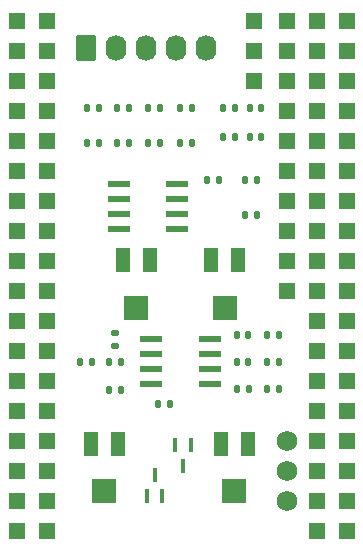
<source format=gbr>
%TF.GenerationSoftware,KiCad,Pcbnew,(7.0.0-0)*%
%TF.CreationDate,2023-08-15T00:25:00+01:00*%
%TF.ProjectId,EMGSensor3.1,454d4753-656e-4736-9f72-332e312e6b69,rev?*%
%TF.SameCoordinates,Original*%
%TF.FileFunction,Soldermask,Top*%
%TF.FilePolarity,Negative*%
%FSLAX46Y46*%
G04 Gerber Fmt 4.6, Leading zero omitted, Abs format (unit mm)*
G04 Created by KiCad (PCBNEW (7.0.0-0)) date 2023-08-15 00:25:00*
%MOMM*%
%LPD*%
G01*
G04 APERTURE LIST*
G04 Aperture macros list*
%AMRoundRect*
0 Rectangle with rounded corners*
0 $1 Rounding radius*
0 $2 $3 $4 $5 $6 $7 $8 $9 X,Y pos of 4 corners*
0 Add a 4 corners polygon primitive as box body*
4,1,4,$2,$3,$4,$5,$6,$7,$8,$9,$2,$3,0*
0 Add four circle primitives for the rounded corners*
1,1,$1+$1,$2,$3*
1,1,$1+$1,$4,$5*
1,1,$1+$1,$6,$7*
1,1,$1+$1,$8,$9*
0 Add four rect primitives between the rounded corners*
20,1,$1+$1,$2,$3,$4,$5,0*
20,1,$1+$1,$4,$5,$6,$7,0*
20,1,$1+$1,$6,$7,$8,$9,0*
20,1,$1+$1,$8,$9,$2,$3,0*%
G04 Aperture macros list end*
%ADD10R,1.350000X1.350000*%
%ADD11RoundRect,0.135000X0.135000X0.185000X-0.135000X0.185000X-0.135000X-0.185000X0.135000X-0.185000X0*%
%ADD12RoundRect,0.135000X-0.135000X-0.185000X0.135000X-0.185000X0.135000X0.185000X-0.135000X0.185000X0*%
%ADD13RoundRect,0.140000X-0.140000X-0.170000X0.140000X-0.170000X0.140000X0.170000X-0.140000X0.170000X0*%
%ADD14RoundRect,0.135000X0.185000X-0.135000X0.185000X0.135000X-0.185000X0.135000X-0.185000X-0.135000X0*%
%ADD15R,1.300000X2.000000*%
%ADD16R,2.000000X2.000000*%
%ADD17C,1.727200*%
%ADD18R,0.457200X1.168400*%
%ADD19R,1.981200X0.558800*%
%ADD20RoundRect,0.140000X0.140000X0.170000X-0.140000X0.170000X-0.140000X-0.170000X0.140000X-0.170000X0*%
%ADD21RoundRect,0.250000X-0.620000X-0.845000X0.620000X-0.845000X0.620000X0.845000X-0.620000X0.845000X0*%
%ADD22O,1.740000X2.190000*%
G04 APERTURE END LIST*
D10*
%TO.C,GND*%
X146964399Y-80111599D03*
%TD*%
%TO.C,+5*%
X146964399Y-82651599D03*
%TD*%
%TO.C,-5*%
X146964399Y-85191599D03*
%TD*%
%TO.C,J5*%
X149758399Y-80111599D03*
%TD*%
%TO.C,J6*%
X149758399Y-82651599D03*
%TD*%
%TO.C,GND*%
X129438399Y-97891599D03*
%TD*%
%TO.C,3.3V*%
X129438399Y-95351599D03*
%TD*%
D11*
%TO.C,R10*%
X149100000Y-108966000D03*
X148080000Y-108966000D03*
%TD*%
D12*
%TO.C,R1*%
X132842000Y-87528400D03*
X133862000Y-87528400D03*
%TD*%
D10*
%TO.C,*%
X154838399Y-120751599D03*
%TD*%
D12*
%TO.C,R12*%
X140714000Y-87528400D03*
X141734000Y-87528400D03*
%TD*%
D10*
%TO.C,*%
X149758399Y-85191599D03*
%TD*%
D11*
%TO.C,R13*%
X144022000Y-93573600D03*
X143002000Y-93573600D03*
%TD*%
D13*
%TO.C,C6*%
X134749600Y-108968000D03*
X135709600Y-108968000D03*
%TD*%
D11*
%TO.C,R21*%
X133301200Y-108968000D03*
X132281200Y-108968000D03*
%TD*%
D10*
%TO.C,*%
X152298399Y-85191599D03*
%TD*%
D14*
%TO.C,R8*%
X135229600Y-107598400D03*
X135229600Y-106578400D03*
%TD*%
D15*
%TO.C,RV11*%
X146488799Y-115906799D03*
D16*
X145338799Y-119906799D03*
D15*
X144188799Y-115906799D03*
%TD*%
D11*
%TO.C,R7*%
X139043600Y-90474800D03*
X138023600Y-90474800D03*
%TD*%
D10*
%TO.C,*%
X126898399Y-118211599D03*
%TD*%
%TO.C,*%
X129438399Y-92811599D03*
%TD*%
%TO.C,*%
X126898399Y-123291599D03*
%TD*%
%TO.C,*%
X154838399Y-108051599D03*
%TD*%
%TO.C,*%
X152298399Y-108051599D03*
%TD*%
D17*
%TO.C,*%
X149758400Y-115671600D03*
%TD*%
D18*
%TO.C,D1*%
X141619998Y-116014499D03*
X140320000Y-116014499D03*
X140969999Y-117767099D03*
%TD*%
D10*
%TO.C,*%
X152298399Y-80111599D03*
%TD*%
D19*
%TO.C,U1*%
X135559799Y-93954599D03*
X135559799Y-95224599D03*
X135559799Y-96494599D03*
X135559799Y-97764599D03*
X140487399Y-97764599D03*
X140487399Y-96494599D03*
X140487399Y-95224599D03*
X140487399Y-93954599D03*
%TD*%
D11*
%TO.C,R18*%
X149100000Y-111254000D03*
X148080000Y-111254000D03*
%TD*%
D10*
%TO.C,*%
X126898399Y-115671599D03*
%TD*%
%TO.C,*%
X154838399Y-100431599D03*
%TD*%
%TO.C,*%
X126898399Y-82651599D03*
%TD*%
D11*
%TO.C,R4*%
X136452800Y-90474800D03*
X135432800Y-90474800D03*
%TD*%
D20*
%TO.C,C2*%
X146530000Y-106678000D03*
X145570000Y-106678000D03*
%TD*%
D10*
%TO.C,*%
X126898399Y-100431599D03*
%TD*%
D11*
%TO.C,R14*%
X141734000Y-90474800D03*
X140714000Y-90474800D03*
%TD*%
D10*
%TO.C,*%
X129438399Y-80111599D03*
%TD*%
D11*
%TO.C,R15*%
X147273200Y-93573600D03*
X146253200Y-93573600D03*
%TD*%
D10*
%TO.C,*%
X154838399Y-118211599D03*
%TD*%
D20*
%TO.C,C4*%
X147619600Y-89966800D03*
X146659600Y-89966800D03*
%TD*%
D10*
%TO.C,*%
X129438399Y-87731599D03*
%TD*%
D13*
%TO.C,C1*%
X145570000Y-108966000D03*
X146530000Y-108966000D03*
%TD*%
D11*
%TO.C,R6*%
X139045600Y-87528400D03*
X138025600Y-87528400D03*
%TD*%
D10*
%TO.C,*%
X149758399Y-90271599D03*
%TD*%
%TO.C,*%
X152298399Y-123291599D03*
%TD*%
%TO.C,*%
X154838399Y-123291599D03*
%TD*%
%TO.C,*%
X126898399Y-92811599D03*
%TD*%
%TO.C,*%
X149758399Y-102971599D03*
%TD*%
%TO.C,*%
X126898399Y-120751599D03*
%TD*%
%TO.C,*%
X152298399Y-95351599D03*
%TD*%
%TO.C,*%
X152298399Y-110591599D03*
%TD*%
%TO.C,*%
X152298399Y-90271599D03*
%TD*%
%TO.C,*%
X152298399Y-115671599D03*
%TD*%
D11*
%TO.C,R2*%
X136452800Y-87528400D03*
X135432800Y-87528400D03*
%TD*%
D10*
%TO.C,*%
X152298399Y-82651599D03*
%TD*%
%TO.C,*%
X154838399Y-92811599D03*
%TD*%
D15*
%TO.C,RV16*%
X145657599Y-100380799D03*
D16*
X144507599Y-104380799D03*
D15*
X143357599Y-100380799D03*
%TD*%
D10*
%TO.C,*%
X126898399Y-113131599D03*
%TD*%
%TO.C,*%
X126898399Y-90271599D03*
%TD*%
%TO.C,*%
X149758399Y-95351599D03*
%TD*%
D11*
%TO.C,R19*%
X146560000Y-111252000D03*
X145540000Y-111252000D03*
%TD*%
D21*
%TO.C,J1*%
X132791200Y-82397600D03*
D22*
X135331199Y-82397599D03*
X137871199Y-82397599D03*
X140411199Y-82397599D03*
X142951199Y-82397599D03*
%TD*%
D17*
%TO.C,*%
X149758400Y-118211600D03*
%TD*%
D15*
%TO.C,RV5*%
X138189999Y-100380799D03*
D16*
X137039999Y-104380799D03*
D15*
X135889999Y-100380799D03*
%TD*%
D10*
%TO.C,*%
X152298399Y-97891599D03*
%TD*%
%TO.C,*%
X154838399Y-97891599D03*
%TD*%
%TO.C,*%
X154838399Y-87731599D03*
%TD*%
%TO.C,*%
X152298399Y-102971599D03*
%TD*%
%TO.C,*%
X129438399Y-123291599D03*
%TD*%
%TO.C,*%
X154838399Y-82651599D03*
%TD*%
%TO.C,*%
X129438399Y-120751599D03*
%TD*%
D11*
%TO.C,R3*%
X133862000Y-90474800D03*
X132842000Y-90474800D03*
%TD*%
D10*
%TO.C,*%
X126898399Y-105511599D03*
%TD*%
%TO.C,*%
X126898399Y-95351599D03*
%TD*%
%TO.C,*%
X154838399Y-85191599D03*
%TD*%
%TO.C,*%
X154838399Y-110591599D03*
%TD*%
%TO.C,*%
X126898399Y-108051599D03*
%TD*%
%TO.C,*%
X129438399Y-115671599D03*
%TD*%
%TO.C,*%
X149758399Y-87731599D03*
%TD*%
%TO.C,*%
X129438399Y-118211599D03*
%TD*%
%TO.C,*%
X129438399Y-102971599D03*
%TD*%
%TO.C,*%
X126898399Y-110591599D03*
%TD*%
%TO.C,*%
X154838399Y-80111599D03*
%TD*%
%TO.C,*%
X152298399Y-92811599D03*
%TD*%
D11*
%TO.C,R9*%
X149100000Y-106680000D03*
X148080000Y-106680000D03*
%TD*%
D10*
%TO.C,*%
X154838399Y-115671599D03*
%TD*%
%TO.C,*%
X129438399Y-82651599D03*
%TD*%
%TO.C,*%
X152298399Y-113131599D03*
%TD*%
%TO.C,*%
X152298399Y-87731599D03*
%TD*%
D18*
%TO.C,D2*%
X137932400Y-120307099D03*
X139232398Y-120307099D03*
X138582399Y-118554499D03*
%TD*%
D11*
%TO.C,R20*%
X135739600Y-111355600D03*
X134719600Y-111355600D03*
%TD*%
D10*
%TO.C,*%
X154838399Y-90271599D03*
%TD*%
%TO.C,*%
X154838399Y-102971599D03*
%TD*%
%TO.C,*%
X129438399Y-105511599D03*
%TD*%
D17*
%TO.C,*%
X149758400Y-120751600D03*
%TD*%
D10*
%TO.C,*%
X129438399Y-100431599D03*
%TD*%
%TO.C,*%
X129438399Y-108051599D03*
%TD*%
%TO.C,*%
X126898399Y-97891599D03*
%TD*%
%TO.C,*%
X152298399Y-105511599D03*
%TD*%
%TO.C,*%
X154838399Y-113131599D03*
%TD*%
%TO.C,*%
X129438399Y-110591599D03*
%TD*%
D13*
%TO.C,C8*%
X144401600Y-87528400D03*
X145361600Y-87528400D03*
%TD*%
D10*
%TO.C,*%
X152298399Y-120751599D03*
%TD*%
%TO.C,*%
X152298399Y-100431599D03*
%TD*%
%TO.C,*%
X149758399Y-100431599D03*
%TD*%
D15*
%TO.C,RV22*%
X135465199Y-115906799D03*
D16*
X134315199Y-119906799D03*
D15*
X133165199Y-115906799D03*
%TD*%
D19*
%TO.C,U2*%
X138302999Y-107060999D03*
X138302999Y-108330999D03*
X138302999Y-109600999D03*
X138302999Y-110870999D03*
X143230599Y-110870999D03*
X143230599Y-109600999D03*
X143230599Y-108330999D03*
X143230599Y-107060999D03*
%TD*%
D10*
%TO.C,*%
X152298399Y-118211599D03*
%TD*%
D20*
%TO.C,C7*%
X147596800Y-87528400D03*
X146636800Y-87528400D03*
%TD*%
D12*
%TO.C,R17*%
X146253200Y-96520000D03*
X147273200Y-96520000D03*
%TD*%
D10*
%TO.C,*%
X149758399Y-97891599D03*
%TD*%
%TO.C,*%
X126898399Y-80111599D03*
%TD*%
%TO.C,*%
X129438399Y-113131599D03*
%TD*%
%TO.C,*%
X154838399Y-95351599D03*
%TD*%
%TO.C,*%
X129438399Y-85191599D03*
%TD*%
D20*
%TO.C,C3*%
X145361600Y-89916000D03*
X144401600Y-89916000D03*
%TD*%
D10*
%TO.C,*%
X149758399Y-92811599D03*
%TD*%
D20*
%TO.C,C5*%
X139852400Y-112522000D03*
X138892400Y-112522000D03*
%TD*%
D10*
%TO.C,*%
X126898399Y-102971599D03*
%TD*%
%TO.C,*%
X129438399Y-90271599D03*
%TD*%
%TO.C,*%
X126898399Y-85191599D03*
%TD*%
%TO.C,*%
X126898399Y-87731599D03*
%TD*%
%TO.C,*%
X154838399Y-105511599D03*
%TD*%
M02*

</source>
